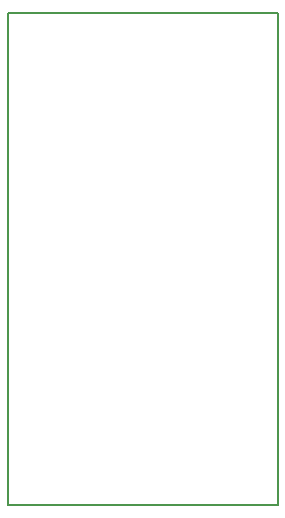
<source format=gm1>
G04 #@! TF.FileFunction,Profile,NP*
%FSLAX46Y46*%
G04 Gerber Fmt 4.6, Leading zero omitted, Abs format (unit mm)*
G04 Created by KiCad (PCBNEW 4.0.7) date 06/03/18 15:05:31*
%MOMM*%
%LPD*%
G01*
G04 APERTURE LIST*
%ADD10C,0.100000*%
%ADD11C,0.150000*%
G04 APERTURE END LIST*
D10*
D11*
X143764000Y-86868000D02*
X166624000Y-86868000D01*
X143764000Y-128524000D02*
X143764000Y-86868000D01*
X166624000Y-128524000D02*
X143764000Y-128524000D01*
X166624000Y-86868000D02*
X166624000Y-128524000D01*
M02*

</source>
